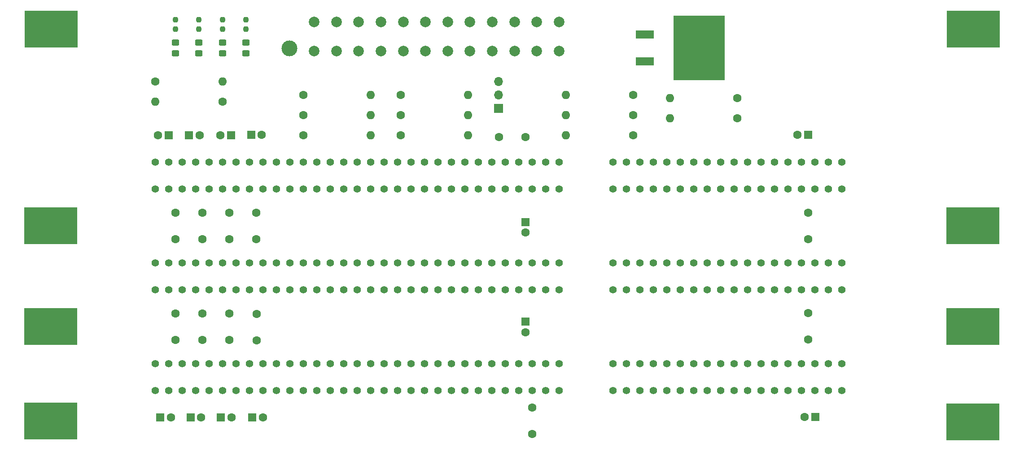
<source format=gbr>
%TF.GenerationSoftware,KiCad,Pcbnew,(6.0.7)*%
%TF.CreationDate,2022-08-07T08:27:23-07:00*%
%TF.ProjectId,isa_board,6973615f-626f-4617-9264-2e6b69636164,rev?*%
%TF.SameCoordinates,Original*%
%TF.FileFunction,Soldermask,Top*%
%TF.FilePolarity,Negative*%
%FSLAX46Y46*%
G04 Gerber Fmt 4.6, Leading zero omitted, Abs format (unit mm)*
G04 Created by KiCad (PCBNEW (6.0.7)) date 2022-08-07 08:27:23*
%MOMM*%
%LPD*%
G01*
G04 APERTURE LIST*
G04 Aperture macros list*
%AMRoundRect*
0 Rectangle with rounded corners*
0 $1 Rounding radius*
0 $2 $3 $4 $5 $6 $7 $8 $9 X,Y pos of 4 corners*
0 Add a 4 corners polygon primitive as box body*
4,1,4,$2,$3,$4,$5,$6,$7,$8,$9,$2,$3,0*
0 Add four circle primitives for the rounded corners*
1,1,$1+$1,$2,$3*
1,1,$1+$1,$4,$5*
1,1,$1+$1,$6,$7*
1,1,$1+$1,$8,$9*
0 Add four rect primitives between the rounded corners*
20,1,$1+$1,$2,$3,$4,$5,0*
20,1,$1+$1,$4,$5,$6,$7,0*
20,1,$1+$1,$6,$7,$8,$9,0*
20,1,$1+$1,$8,$9,$2,$3,0*%
G04 Aperture macros list end*
%ADD10C,3.000000*%
%ADD11C,2.000000*%
%ADD12R,1.600000X1.600000*%
%ADD13C,1.600000*%
%ADD14R,10.000000X7.000000*%
%ADD15RoundRect,0.250000X-0.450000X0.325000X-0.450000X-0.325000X0.450000X-0.325000X0.450000X0.325000X0*%
%ADD16O,1.600000X1.600000*%
%ADD17RoundRect,0.237500X0.237500X-0.250000X0.237500X0.250000X-0.237500X0.250000X-0.237500X-0.250000X0*%
%ADD18C,1.400000*%
%ADD19R,1.700000X1.700000*%
%ADD20O,1.700000X1.700000*%
%ADD21R,3.500000X1.600000*%
%ADD22R,9.750000X12.200000*%
G04 APERTURE END LIST*
D10*
%TO.C,J4*%
X92364178Y-44141803D03*
D11*
X97064178Y-44601803D03*
X101264178Y-44601803D03*
X105464178Y-44601803D03*
X109664178Y-44601803D03*
X113864178Y-44601803D03*
X118064178Y-44601803D03*
X122264178Y-44601803D03*
X126464178Y-44601803D03*
X130664178Y-44601803D03*
X134864178Y-44601803D03*
X139064178Y-44601803D03*
X143264178Y-44601803D03*
X97064178Y-39101803D03*
X101264178Y-39101803D03*
X105464178Y-39101803D03*
X109664178Y-39101803D03*
X113864178Y-39101803D03*
X118064178Y-39101803D03*
X122264178Y-39101803D03*
X126464178Y-39101803D03*
X130664178Y-39101803D03*
X134864178Y-39101803D03*
X139064178Y-39101803D03*
X143264178Y-39101803D03*
%TD*%
D12*
%TO.C,C14*%
X85400000Y-113880000D03*
D13*
X87400000Y-113880000D03*
%TD*%
D14*
%TO.C,H3*%
X47395000Y-96695000D03*
%TD*%
D13*
%TO.C,C11*%
X75970000Y-75185000D03*
X75970000Y-80185000D03*
%TD*%
D15*
%TO.C,D3*%
X70890000Y-43005000D03*
X70890000Y-45055000D03*
%TD*%
%TO.C,D1*%
X75335000Y-43005000D03*
X75335000Y-45055000D03*
%TD*%
D13*
%TO.C,R1*%
X67080000Y-50380000D03*
D16*
X79780000Y-50380000D03*
%TD*%
D14*
%TO.C,H7*%
X221385000Y-96695000D03*
%TD*%
D13*
%TO.C,R8*%
X157250000Y-60540000D03*
D16*
X144550000Y-60540000D03*
%TD*%
D17*
%TO.C,R16*%
X70890000Y-40497500D03*
X70890000Y-38672500D03*
%TD*%
D12*
%TO.C,C8*%
X73467829Y-60539999D03*
D13*
X75467829Y-60539999D03*
%TD*%
D12*
%TO.C,C1*%
X136930000Y-95779888D03*
D13*
X136930000Y-97779888D03*
%TD*%
%TO.C,C29*%
X190270000Y-75185000D03*
X190270000Y-80185000D03*
%TD*%
%TO.C,R5*%
X113435000Y-56730000D03*
D16*
X126135000Y-56730000D03*
%TD*%
D12*
%TO.C,C25*%
X190270000Y-60512826D03*
D13*
X188270000Y-60512826D03*
%TD*%
D12*
%TO.C,C27*%
X136930000Y-76955000D03*
D13*
X136930000Y-78955000D03*
%TD*%
%TO.C,C17*%
X86214539Y-94310304D03*
X86214539Y-99310304D03*
%TD*%
D14*
%TO.C,H5*%
X221389344Y-40492560D03*
%TD*%
%TO.C,H4*%
X47387526Y-114611973D03*
%TD*%
%TO.C,H2*%
X47395000Y-77685000D03*
%TD*%
%TO.C,H6*%
X221334935Y-77685000D03*
%TD*%
D13*
%TO.C,C4*%
X190270000Y-94195000D03*
X190270000Y-99195000D03*
%TD*%
D15*
%TO.C,D2*%
X79780000Y-43005000D03*
X79780000Y-45055000D03*
%TD*%
D12*
%TO.C,C9*%
X73744887Y-113880000D03*
D13*
X75744887Y-113880000D03*
%TD*%
D12*
%TO.C,C19*%
X79459887Y-113880000D03*
D13*
X81459887Y-113880000D03*
%TD*%
%TO.C,C30*%
X138200000Y-112015000D03*
X138200000Y-117015000D03*
%TD*%
D12*
%TO.C,C3*%
X68029887Y-113880000D03*
D13*
X70029887Y-113880000D03*
%TD*%
%TO.C,C24*%
X81050000Y-94235000D03*
X81050000Y-99235000D03*
%TD*%
%TO.C,C5*%
X70890000Y-75185000D03*
X70890000Y-80185000D03*
%TD*%
%TO.C,R3*%
X95020000Y-60540000D03*
D16*
X107720000Y-60540000D03*
%TD*%
D18*
%TO.C,J3*%
X67080000Y-70700000D03*
X69620000Y-70700000D03*
X72160000Y-70700000D03*
X74700000Y-70700000D03*
X77240000Y-70700000D03*
X79780000Y-70700000D03*
X82320000Y-70700000D03*
X84860000Y-70700000D03*
X87400000Y-70700000D03*
X89940000Y-70700000D03*
X92480000Y-70700000D03*
X95020000Y-70700000D03*
X97560000Y-70700000D03*
X100100000Y-70700000D03*
X102640000Y-70700000D03*
X105180000Y-70700000D03*
X107720000Y-70700000D03*
X110260000Y-70700000D03*
X112800000Y-70700000D03*
X115340000Y-70700000D03*
X117880000Y-70700000D03*
X120420000Y-70700000D03*
X122960000Y-70700000D03*
X125500000Y-70700000D03*
X128040000Y-70700000D03*
X130580000Y-70700000D03*
X133120000Y-70700000D03*
X135660000Y-70700000D03*
X138200000Y-70700000D03*
X140740000Y-70700000D03*
X143280000Y-70700000D03*
X67080000Y-65620000D03*
X69620000Y-65620000D03*
X72160000Y-65620000D03*
X74700000Y-65620000D03*
X77240000Y-65620000D03*
X79780000Y-65620000D03*
X82320000Y-65620000D03*
X84860000Y-65620000D03*
X87400000Y-65620000D03*
X89940000Y-65620000D03*
X92480000Y-65620000D03*
X95020000Y-65620000D03*
X97560000Y-65620000D03*
X100100000Y-65620000D03*
X102640000Y-65620000D03*
X105180000Y-65620000D03*
X107720000Y-65620000D03*
X110260000Y-65620000D03*
X112800000Y-65620000D03*
X115340000Y-65620000D03*
X117880000Y-65620000D03*
X120420000Y-65620000D03*
X122960000Y-65620000D03*
X125500000Y-65620000D03*
X128040000Y-65620000D03*
X130580000Y-65620000D03*
X133120000Y-65620000D03*
X135660000Y-65620000D03*
X138200000Y-65620000D03*
X140740000Y-65620000D03*
X143280000Y-65620000D03*
X153440000Y-70700000D03*
X155980000Y-70700000D03*
X158520000Y-70700000D03*
X161060000Y-70700000D03*
X163600000Y-70700000D03*
X166140000Y-70700000D03*
X168680000Y-70700000D03*
X171220000Y-70700000D03*
X173760000Y-70700000D03*
X176300000Y-70700000D03*
X178840000Y-70700000D03*
X181380000Y-70700000D03*
X183920000Y-70700000D03*
X186460000Y-70700000D03*
X189000000Y-70700000D03*
X191540000Y-70700000D03*
X194080000Y-70700000D03*
X196620000Y-70700000D03*
X153440000Y-65620000D03*
X155980000Y-65620000D03*
X158520000Y-65620000D03*
X161060000Y-65620000D03*
X163600000Y-65620000D03*
X166140000Y-65620000D03*
X168680000Y-65620000D03*
X171220000Y-65620000D03*
X173760000Y-65620000D03*
X176300000Y-65620000D03*
X178840000Y-65620000D03*
X181380000Y-65620000D03*
X183920000Y-65620000D03*
X186460000Y-65620000D03*
X189000000Y-65620000D03*
X191540000Y-65620000D03*
X194080000Y-65620000D03*
X196620000Y-65620000D03*
%TD*%
D13*
%TO.C,C28*%
X136950000Y-60910000D03*
X131950000Y-60910000D03*
%TD*%
D17*
%TO.C,R17*%
X84225000Y-40497500D03*
X84225000Y-38672500D03*
%TD*%
D13*
%TO.C,C10*%
X75970000Y-94235000D03*
X75970000Y-99235000D03*
%TD*%
D17*
%TO.C,R14*%
X75335000Y-40497500D03*
X75335000Y-38672500D03*
%TD*%
D13*
%TO.C,R9*%
X157250000Y-56730000D03*
D16*
X144550000Y-56730000D03*
%TD*%
D13*
%TO.C,R7*%
X176935000Y-53555000D03*
D16*
X164235000Y-53555000D03*
%TD*%
D13*
%TO.C,R10*%
X176935000Y-57365000D03*
D16*
X164235000Y-57365000D03*
%TD*%
D12*
%TO.C,C26*%
X191596264Y-113822079D03*
D13*
X189596264Y-113822079D03*
%TD*%
D18*
%TO.C,J2*%
X67080000Y-89750000D03*
X69620000Y-89750000D03*
X72160000Y-89750000D03*
X74700000Y-89750000D03*
X77240000Y-89750000D03*
X79780000Y-89750000D03*
X82320000Y-89750000D03*
X84860000Y-89750000D03*
X87400000Y-89750000D03*
X89940000Y-89750000D03*
X92480000Y-89750000D03*
X95020000Y-89750000D03*
X97560000Y-89750000D03*
X100100000Y-89750000D03*
X102640000Y-89750000D03*
X105180000Y-89750000D03*
X107720000Y-89750000D03*
X110260000Y-89750000D03*
X112800000Y-89750000D03*
X115340000Y-89750000D03*
X117880000Y-89750000D03*
X120420000Y-89750000D03*
X122960000Y-89750000D03*
X125500000Y-89750000D03*
X128040000Y-89750000D03*
X130580000Y-89750000D03*
X133120000Y-89750000D03*
X135660000Y-89750000D03*
X138200000Y-89750000D03*
X140740000Y-89750000D03*
X143280000Y-89750000D03*
X67080000Y-84670000D03*
X69620000Y-84670000D03*
X72160000Y-84670000D03*
X74700000Y-84670000D03*
X77240000Y-84670000D03*
X79780000Y-84670000D03*
X82320000Y-84670000D03*
X84860000Y-84670000D03*
X87400000Y-84670000D03*
X89940000Y-84670000D03*
X92480000Y-84670000D03*
X95020000Y-84670000D03*
X97560000Y-84670000D03*
X100100000Y-84670000D03*
X102640000Y-84670000D03*
X105180000Y-84670000D03*
X107720000Y-84670000D03*
X110260000Y-84670000D03*
X112800000Y-84670000D03*
X115340000Y-84670000D03*
X117880000Y-84670000D03*
X120420000Y-84670000D03*
X122960000Y-84670000D03*
X125500000Y-84670000D03*
X128040000Y-84670000D03*
X130580000Y-84670000D03*
X133120000Y-84670000D03*
X135660000Y-84670000D03*
X138200000Y-84670000D03*
X140740000Y-84670000D03*
X143280000Y-84670000D03*
X153440000Y-89750000D03*
X155980000Y-89750000D03*
X158520000Y-89750000D03*
X161060000Y-89750000D03*
X163600000Y-89750000D03*
X166140000Y-89750000D03*
X168680000Y-89750000D03*
X171220000Y-89750000D03*
X173760000Y-89750000D03*
X176300000Y-89750000D03*
X178840000Y-89750000D03*
X181380000Y-89750000D03*
X183920000Y-89750000D03*
X186460000Y-89750000D03*
X189000000Y-89750000D03*
X191540000Y-89750000D03*
X194080000Y-89750000D03*
X196620000Y-89750000D03*
X153440000Y-84670000D03*
X155980000Y-84670000D03*
X158520000Y-84670000D03*
X161060000Y-84670000D03*
X163600000Y-84670000D03*
X166140000Y-84670000D03*
X168680000Y-84670000D03*
X171220000Y-84670000D03*
X173760000Y-84670000D03*
X176300000Y-84670000D03*
X178840000Y-84670000D03*
X181380000Y-84670000D03*
X183920000Y-84670000D03*
X186460000Y-84670000D03*
X189000000Y-84670000D03*
X191540000Y-84670000D03*
X194080000Y-84670000D03*
X196620000Y-84670000D03*
%TD*%
D13*
%TO.C,R13*%
X95020000Y-52920000D03*
D16*
X107720000Y-52920000D03*
%TD*%
D13*
%TO.C,R11*%
X113435000Y-60540000D03*
D16*
X126135000Y-60540000D03*
%TD*%
D12*
%TO.C,C21*%
X81354929Y-60540000D03*
D13*
X79354929Y-60540000D03*
%TD*%
%TO.C,C22*%
X81050000Y-75185000D03*
X81050000Y-80185000D03*
%TD*%
D14*
%TO.C,H1*%
X47400438Y-40509230D03*
%TD*%
D15*
%TO.C,D4*%
X84225000Y-43005000D03*
X84225000Y-45055000D03*
%TD*%
D13*
%TO.C,C16*%
X86130000Y-75185000D03*
X86130000Y-80185000D03*
%TD*%
D14*
%TO.C,H8*%
X221378468Y-114716154D03*
%TD*%
D12*
%TO.C,C2*%
X69620000Y-60540000D03*
D13*
X67620000Y-60540000D03*
%TD*%
D18*
%TO.C,J1*%
X67080000Y-108800000D03*
X69620000Y-108800000D03*
X72160000Y-108800000D03*
X74700000Y-108800000D03*
X77240000Y-108800000D03*
X79780000Y-108800000D03*
X82320000Y-108800000D03*
X84860000Y-108800000D03*
X87400000Y-108800000D03*
X89940000Y-108800000D03*
X92480000Y-108800000D03*
X95020000Y-108800000D03*
X97560000Y-108800000D03*
X100100000Y-108800000D03*
X102640000Y-108800000D03*
X105180000Y-108800000D03*
X107720000Y-108800000D03*
X110260000Y-108800000D03*
X112800000Y-108800000D03*
X115340000Y-108800000D03*
X117880000Y-108800000D03*
X120420000Y-108800000D03*
X122960000Y-108800000D03*
X125500000Y-108800000D03*
X128040000Y-108800000D03*
X130580000Y-108800000D03*
X133120000Y-108800000D03*
X135660000Y-108800000D03*
X138200000Y-108800000D03*
X140740000Y-108800000D03*
X143280000Y-108800000D03*
X67080000Y-103720000D03*
X69620000Y-103720000D03*
X72160000Y-103720000D03*
X74700000Y-103720000D03*
X77240000Y-103720000D03*
X79780000Y-103720000D03*
X82320000Y-103720000D03*
X84860000Y-103720000D03*
X87400000Y-103720000D03*
X89940000Y-103720000D03*
X92480000Y-103720000D03*
X95020000Y-103720000D03*
X97560000Y-103720000D03*
X100100000Y-103720000D03*
X102640000Y-103720000D03*
X105180000Y-103720000D03*
X107720000Y-103720000D03*
X110260000Y-103720000D03*
X112800000Y-103720000D03*
X115340000Y-103720000D03*
X117880000Y-103720000D03*
X120420000Y-103720000D03*
X122960000Y-103720000D03*
X125500000Y-103720000D03*
X128040000Y-103720000D03*
X130580000Y-103720000D03*
X133120000Y-103720000D03*
X135660000Y-103720000D03*
X138200000Y-103720000D03*
X140740000Y-103720000D03*
X143280000Y-103720000D03*
X153440000Y-108800000D03*
X155980000Y-108800000D03*
X158520000Y-108800000D03*
X161060000Y-108800000D03*
X163600000Y-108800000D03*
X166140000Y-108800000D03*
X168680000Y-108800000D03*
X171220000Y-108800000D03*
X173760000Y-108800000D03*
X176300000Y-108800000D03*
X178840000Y-108800000D03*
X181380000Y-108800000D03*
X183920000Y-108800000D03*
X186460000Y-108800000D03*
X189000000Y-108800000D03*
X191540000Y-108800000D03*
X194080000Y-108800000D03*
X196620000Y-108800000D03*
X153440000Y-103720000D03*
X155980000Y-103720000D03*
X158520000Y-103720000D03*
X161060000Y-103720000D03*
X163600000Y-103720000D03*
X166140000Y-103720000D03*
X168680000Y-103720000D03*
X171220000Y-103720000D03*
X173760000Y-103720000D03*
X176300000Y-103720000D03*
X178840000Y-103720000D03*
X181380000Y-103720000D03*
X183920000Y-103720000D03*
X186460000Y-103720000D03*
X189000000Y-103720000D03*
X191540000Y-103720000D03*
X194080000Y-103720000D03*
X196620000Y-103720000D03*
%TD*%
D13*
%TO.C,R2*%
X95020000Y-56730000D03*
D16*
X107720000Y-56730000D03*
%TD*%
D12*
%TO.C,C15*%
X85174888Y-60503768D03*
D13*
X87174888Y-60503768D03*
%TD*%
%TO.C,C6*%
X70900000Y-94235000D03*
X70900000Y-99235000D03*
%TD*%
D19*
%TO.C,J5*%
X131850000Y-55460000D03*
D20*
X131850000Y-52920000D03*
X131850000Y-50380000D03*
%TD*%
D13*
%TO.C,R6*%
X157250000Y-52920000D03*
D16*
X144550000Y-52920000D03*
%TD*%
D17*
%TO.C,R15*%
X79780000Y-40497500D03*
X79780000Y-38672500D03*
%TD*%
D13*
%TO.C,R4*%
X113435000Y-52920000D03*
D16*
X126135000Y-52920000D03*
%TD*%
D13*
%TO.C,R12*%
X79780000Y-54190000D03*
D16*
X67080000Y-54190000D03*
%TD*%
D21*
%TO.C,U1*%
X159416950Y-41490000D03*
D22*
X169666950Y-44030000D03*
D21*
X159416950Y-46570000D03*
%TD*%
M02*

</source>
